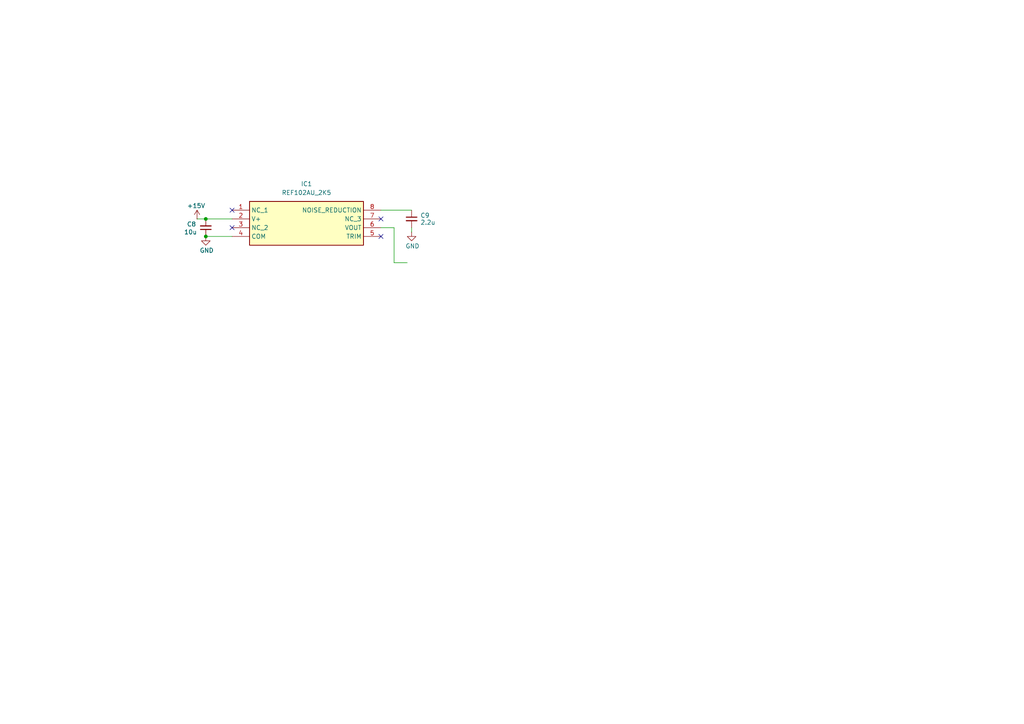
<source format=kicad_sch>
(kicad_sch (version 20250114) (generator "eeschema") (generator_version "9.0")
  (paper "A4")
  (lib_symbols
    (symbol "Device:C_Small" (pin_numbers (hide yes)) (pin_names (offset 0.254) (hide yes))
      (property "Reference" "C" (at 0.254 1.778 0))
      (property "Value" "C_Small" (at 0.254 -2.032 0))
      (symbol "C_Small_0_1"
        (polyline (pts (xy -1.524 0.508) (xy 1.524 0.508)) (stroke (width 0.3048)))
        (polyline (pts (xy -1.524 -0.508) (xy 1.524 -0.508)) (stroke (width 0.3302)))
      )
      (symbol "C_Small_1_1"
        (pin passive line (at 0 2.54 270) (length 2.032) (name "~") (number "1"))
        (pin passive line (at 0 -2.54 90) (length 2.032) (name "~") (number "2"))
      )
    )
    (symbol "REF102AU_2K5:REF102AU_2K5"
      (property "Reference" "IC" (at 39.37 7.62 0))
      (property "Value" "REF102AU_2K5" (at 39.37 5.08 0))
      (symbol "REF102AU_2K5_1_1"
        (rectangle (start 5.08 2.54) (end 38.1 -10.16) (stroke (width 0.254)) (fill (type background)))
        (pin passive line (at 0 0 0) (length 5.08) (name "NC_1") (number "1"))
        (pin passive line (at 0 -2.54 0) (length 5.08) (name "V+") (number "2"))
        (pin passive line (at 0 -5.08 0) (length 5.08) (name "NC_2") (number "3"))
        (pin passive line (at 0 -7.62 0) (length 5.08) (name "COM") (number "4"))
        (pin passive line (at 43.18 0 180) (length 5.08) (name "NOISE_REDUCTION") (number "8"))
        (pin passive line (at 43.18 -2.54 180) (length 5.08) (name "NC_3") (number "7"))
        (pin passive line (at 43.18 -5.08 180) (length 5.08) (name "VOUT") (number "6"))
        (pin passive line (at 43.18 -7.62 180) (length 5.08) (name "TRIM") (number "5"))
      )
    )
    (symbol "power:+15V" (power) (pin_numbers (hide yes)) (pin_names (offset 0) (hide yes))
      (property "Value" "+15V" (at 0 3.556 0))
      (symbol "+15V_0_1"
        (polyline (pts (xy -0.762 1.27) (xy 0 2.54)))
        (polyline (pts (xy 0 2.54) (xy 0.762 1.27)))
        (polyline (pts (xy 0 0) (xy 0 2.54)))
      )
      (symbol "+15V_1_1"
        (pin power_in line (at 0 0 90) (length 0) (name "~") (number "1"))
      )
    )
    (symbol "power:GND" (power) (pin_numbers (hide yes)) (pin_names (offset 0) (hide yes))
      (property "Value" "GND" (at 0 -3.81 0))
      (symbol "GND_0_1"
        (polyline (pts (xy 0 0) (xy 0 -1.27) (xy 1.27 -1.27) (xy 0 -2.54) (xy -1.27 -1.27) (xy 0 -1.27)))
      )
      (symbol "GND_1_1"
        (pin power_in line (at 0 0 270) (length 0) (name "~") (number "1"))
      )
    )
  )
  (junction (at 59.69 63.5))
  (junction (at 59.69 68.58))
  (no_connect (at 67.31 66.04))
  (no_connect (at 110.49 63.5))
  (no_connect (at 110.49 68.58))
  (no_connect (at 67.31 60.96))
  (wire (pts (xy 59.69 68.58) (xy 67.31 68.58)))
  (wire (pts (xy 57.15 63.5) (xy 59.69 63.5)))
  (wire (pts (xy 110.49 66.04) (xy 114.3 66.04)))
  (wire (pts (xy 118.11 76.2) (xy 114.3 76.2)))
  (wire (pts (xy 114.3 76.2) (xy 114.3 66.04)))
  (wire (pts (xy 110.49 60.96) (xy 119.38 60.96)))
  (wire (pts (xy 59.69 63.5) (xy 67.31 63.5)))
  (wire (pts (xy 119.38 66.04) (xy 119.38 67.31)))
  (symbol (lib_id "Device:C_Small") (at 119.38 63.5 0) (unit 1)
    (property "Reference" "C9" (at 121.92 62.484 0) (effects (justify left)))
    (property "Value" "2.2u" (at 121.92 64.516 0) (effects (justify left)))
    (property "Description" "Unpolarized capacitor, small symbol" (effects (hide yes)))
  )
  (symbol (lib_id "power:GND") (at 59.69 68.58 0) (unit 1)
    (property "Reference" "#PWR021" (effects (hide yes)))
    (property "Value" "GND" (at 59.944 72.644 0))
    (property "Description" "Power symbol creates a global label with name \"GND\" , ground" (effects (hide yes)))
  )
  (symbol (lib_id "power:+15V") (at 57.15 63.5 0) (unit 1)
    (property "Reference" "#PWR020" (effects (hide yes)))
    (property "Value" "+15V" (at 56.896 59.69 0))
    (property "Description" "Power symbol creates a global label with name \"+15V\"" (effects (hide yes)))
  )
  (symbol (lib_id "power:GND") (at 119.38 67.31 0) (unit 1)
    (property "Reference" "#PWR022" (effects (hide yes)))
    (property "Value" "GND" (at 119.634 71.374 0))
    (property "Description" "Power symbol creates a global label with name \"GND\" , ground" (effects (hide yes)))
  )
  (symbol (lib_id "REF102AU_2K5:REF102AU_2K5") (at 67.31 60.96 0) (unit 1)
    (property "Reference" "IC1" (at 88.9 53.34 0))
    (property "Value" "REF102AU_2K5" (at 88.9 55.88 0))
    (property "Footprint" "REF102AU_2K5:SOIC127P600X175-8N" (effects (hide yes)))
    (property "Datasheet" "http://www.ti.com/lit/gpn/REF102" (effects (hide yes)))
    (property "Description" "2.5-ppm/C drift, 10-V precision voltage reference" (effects (hide yes)))
    (property "Height" "1.75" (effects (hide yes)))
    (property "Mouser Part Number" "595-REF102AU/2K5" (effects (hide yes)))
    (property "Mouser Price/Stock" "https://www.mouser.co.uk/ProductDetail/Texas-Instruments/REF102AU-2K5?qs=sSOk4GDDv7x0k4znujK5xg%3D%3D" (effects (hide yes)))
    (property "Manufacturer_Name" "Texas Instruments" (effects (hide yes)))
    (property "Manufacturer_Part_Number" "REF102AU/2K5" (effects (hide yes)))
  )
  (symbol (lib_id "Device:C_Small") (at 59.69 66.04 180) (unit 1)
    (property "Reference" "C8" (at 56.896 65.024 0) (effects (justify left)))
    (property "Value" "10u" (at 57.15 67.31 0) (effects (justify left)))
    (property "Description" "Unpolarized capacitor, small symbol" (effects (hide yes)))
  )
)
</source>
